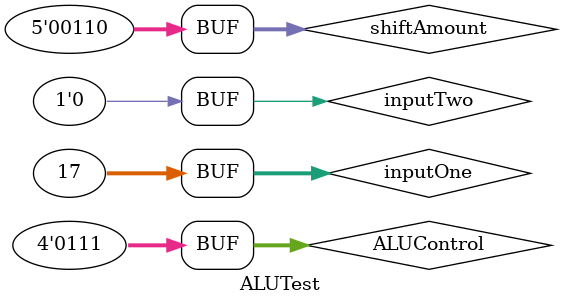
<source format=v>
`timescale 1ns / 1ps

module ALUTest;

	// Inputs
	reg [31:0] inputOne;
	reg inputTwo;
	reg [3:0] ALUControl;
	reg [4:0] shiftAmount;

	// Outputs
	wire [31:0] result;
	wire zero;

	// Instantiate the Unit Under Test (UUT)
	ALU uut (
		.inputOne(inputOne), 
		.inputTwo(inputTwo), 
		.ALUControl(ALUControl), 
		.shiftAmount(shiftAmount), 
		.result(result), 
		.zero(zero)
	);

	initial begin
		// Initialize Inputs
										//ADD zero = 0
		inputOne = 4;
		inputTwo = 8;
		ALUControl = 4'b0000;
		shiftAmount = 5'b0110;  //Don't Care
		
		#200;

										//NOT Zero = 0
		inputOne = 3; 
		inputTwo = 9;						  
		ALUControl = 4'b0010;
		shiftAmount = 5'b0100;  //Don't Care
		
		#200;
		
										//LSR zero = 0
		inputOne = 10; 
		inputTwo = 12;           //Don't Care
		ALUControl = 4'b0100;
		shiftAmount = 5'b00010;
		
		#200;
		
										//SLT zero = 1
		inputOne = 17;
		inputTwo = 2;
		ALUControl = 4'b0111;
		shiftAmount = 5'b0110;      //Don't Care


	end
      
endmodule


</source>
